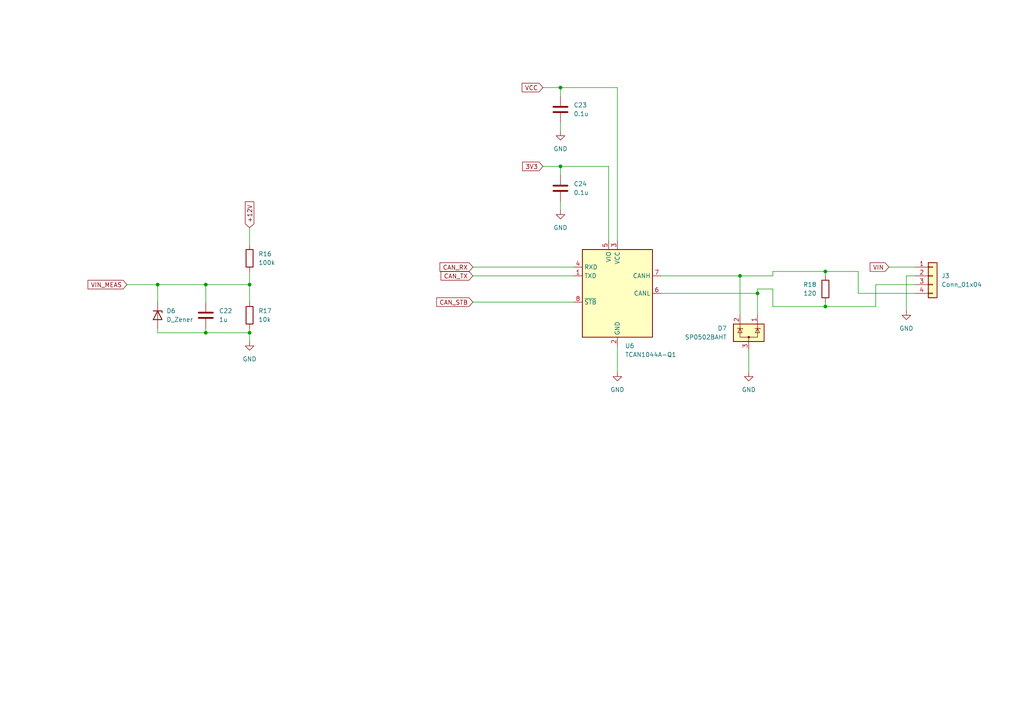
<source format=kicad_sch>
(kicad_sch (version 20250114) (generator "eeschema") (generator_version "9.0")
  (paper "A4")
  (lib_symbols
    (symbol "Connector_Generic:Conn_01x04" (pin_names (offset 1.016) (hide yes))
      (property "Reference" "J" (at 0 5.08 0))
      (property "Value" "Conn_01x04" (at 0 -7.62 0))
      (symbol "Conn_01x04_1_1"
        (rectangle (start -1.27 3.81) (end 1.27 -6.35) (stroke (width 0.254)) (fill (type background)))
        (rectangle (start -1.27 2.667) (end 0 2.413) (stroke (width 0.1524)))
        (rectangle (start -1.27 0.127) (end 0 -0.127) (stroke (width 0.1524)))
        (rectangle (start -1.27 -2.413) (end 0 -2.667) (stroke (width 0.1524)))
        (rectangle (start -1.27 -4.953) (end 0 -5.207) (stroke (width 0.1524)))
        (pin passive line (at -5.08 2.54 0) (length 3.81) (name "Pin_1") (number "1"))
        (pin passive line (at -5.08 0 0) (length 3.81) (name "Pin_2") (number "2"))
        (pin passive line (at -5.08 -2.54 0) (length 3.81) (name "Pin_3") (number "3"))
        (pin passive line (at -5.08 -5.08 0) (length 3.81) (name "Pin_4") (number "4"))
      )
    )
    (symbol "Device:C" (pin_numbers (hide yes)) (pin_names (offset 0.254))
      (property "Reference" "C" (at 0.635 2.54 0))
      (property "Value" "C" (at 0.635 -2.54 0))
      (symbol "C_0_1"
        (polyline (pts (xy -2.032 0.762) (xy 2.032 0.762)) (stroke (width 0.508)))
        (polyline (pts (xy -2.032 -0.762) (xy 2.032 -0.762)) (stroke (width 0.508)))
      )
      (symbol "C_1_1"
        (pin passive line (at 0 3.81 270) (length 2.794) (name "~") (number "1"))
        (pin passive line (at 0 -3.81 90) (length 2.794) (name "~") (number "2"))
      )
    )
    (symbol "Device:D_Zener" (pin_numbers (hide yes)) (pin_names (offset 1.016) (hide yes))
      (property "Reference" "D" (at 0 2.54 0))
      (property "Value" "D_Zener" (at 0 -2.54 0))
      (symbol "D_Zener_0_1"
        (polyline (pts (xy -1.27 -1.27) (xy -1.27 1.27) (xy -0.762 1.27)) (stroke (width 0.254)))
        (polyline (pts (xy 1.27 0) (xy -1.27 0)))
        (polyline (pts (xy 1.27 -1.27) (xy 1.27 1.27) (xy -1.27 0) (xy 1.27 -1.27)) (stroke (width 0.254)))
      )
      (symbol "D_Zener_1_1"
        (pin passive line (at -3.81 0 0) (length 2.54) (name "K") (number "1"))
        (pin passive line (at 3.81 0 180) (length 2.54) (name "A") (number "2"))
      )
    )
    (symbol "Device:R" (pin_numbers (hide yes)) (pin_names (offset 0))
      (property "Reference" "R" (at 2.032 0 90))
      (property "Value" "R" (at 0 0 90))
      (symbol "R_0_1"
        (rectangle (start -1.016 -2.54) (end 1.016 2.54) (stroke (width 0.254)))
      )
      (symbol "R_1_1"
        (pin passive line (at 0 3.81 270) (length 1.27) (name "~") (number "1"))
        (pin passive line (at 0 -3.81 90) (length 1.27) (name "~") (number "2"))
      )
    )
    (symbol "GND_1" (power) (pin_numbers (hide yes)) (pin_names (offset 0) (hide yes))
      (property "Value" "GND" (at 0 -3.81 0))
      (symbol "GND_1_0_1"
        (polyline (pts (xy 0 0) (xy 0 -1.27) (xy 1.27 -1.27) (xy 0 -2.54) (xy -1.27 -1.27) (xy 0 -1.27)))
      )
      (symbol "GND_1_1_1"
        (pin power_in line (at 0 0 270) (length 0) (name "~") (number "1"))
      )
    )
    (symbol "General:TCAN1044A-Q1"
      (property "Reference" "U" (at -10.16 13.97 0))
      (property "Value" "TCAN1044A-Q1" (at 3.81 13.97 0))
      (symbol "TCAN1044A-Q1_0_1"
        (rectangle (start -10.16 12.7) (end 10.16 -12.7) (stroke (width 0.254)) (fill (type background)))
      )
      (symbol "TCAN1044A-Q1_1_1"
        (pin output line (at -12.7 7.62 0) (length 2.54) (name "RXD") (number "4"))
        (pin input line (at -12.7 5.08 0) (length 2.54) (name "TXD") (number "1"))
        (pin input line (at -12.7 -2.54 0) (length 2.54) (name "~{STB}") (number "8"))
        (pin power_in line (at -2.54 15.24 270) (length 2.54) (name "VIO") (number "5"))
        (pin power_in line (at 0 15.24 270) (length 2.54) (name "VCC") (number "3"))
        (pin power_in line (at 0 -15.24 90) (length 2.54) (name "GND") (number "2"))
        (pin bidirectional line (at 12.7 5.08 180) (length 2.54) (name "CANH") (number "7"))
        (pin bidirectional line (at 12.7 0 180) (length 2.54) (name "CANL") (number "6"))
      )
    )
    (symbol "Power_Protection:SP0502BAHT" (pin_names (hide yes))
      (property "Reference" "D" (at 5.715 2.54 0))
      (property "Value" "SP0502BAHT" (at 5.715 0.635 0))
      (symbol "SP0502BAHT_0_0"
        (pin passive line (at 0 -5.08 90) (length 2.54) (name "A") (number "3"))
      )
      (symbol "SP0502BAHT_0_1"
        (rectangle (start -4.445 2.54) (end 4.445 -2.54) (stroke (width 0.254)) (fill (type background)))
        (polyline (pts (xy -3.302 1.016) (xy -3.302 1.27) (xy -1.905 1.27) (xy -1.778 1.27)))
        (polyline (pts (xy -2.54 2.54) (xy -2.54 1.27)))
        (polyline (pts (xy -2.54 1.27) (xy -2.54 -1.27) (xy 2.54 -1.27) (xy 2.54 1.27)))
        (polyline (pts (xy -2.54 1.27) (xy -1.905 0) (xy -3.175 0) (xy -2.54 1.27)))
        (polyline (pts (xy 0 -1.27) (xy 0 -2.54)))
        (circle (center 0 -1.27) (radius 0.254) (fill (type outline)))
        (polyline (pts (xy 1.778 1.016) (xy 1.778 1.27) (xy 3.175 1.27) (xy 3.302 1.27)))
        (polyline (pts (xy 2.54 2.54) (xy 2.54 1.27)))
        (polyline (pts (xy 2.54 1.27) (xy 1.905 0) (xy 3.175 0) (xy 2.54 1.27)))
      )
      (symbol "SP0502BAHT_1_1"
        (pin passive line (at -2.54 5.08 270) (length 2.54) (name "K") (number "1"))
        (pin passive line (at 2.54 5.08 270) (length 2.54) (name "K") (number "2"))
      )
    )
    (symbol "power:GND" (power) (pin_names (offset 0))
      (property "Value" "GND" (at 0 -3.81 0))
      (symbol "GND_0_1"
        (polyline (pts (xy 0 0) (xy 0 -1.27) (xy 1.27 -1.27) (xy 0 -2.54) (xy -1.27 -1.27) (xy 0 -1.27)))
      )
      (symbol "GND_1_1"
        (pin power_in line (at 0 0 270) (length 0) (hide yes) (name "GND") (number "1"))
      )
    )
  )
  (junction (at 72.39 96.52))
  (junction (at 59.69 82.55))
  (junction (at 59.69 96.52))
  (junction (at 219.71 85.09))
  (junction (at 162.56 25.4))
  (junction (at 214.63 80.01))
  (junction (at 45.72 82.55))
  (junction (at 239.395 88.9))
  (junction (at 162.56 48.26))
  (junction (at 239.395 78.74))
  (junction (at 72.39 82.55))
  (wire (pts (xy 265.43 82.55) (xy 254 82.55)))
  (wire (pts (xy 162.56 48.26) (xy 176.53 48.26)))
  (wire (pts (xy 72.39 96.52) (xy 72.39 99.06)))
  (wire (pts (xy 162.56 48.26) (xy 162.56 50.8)))
  (wire (pts (xy 162.56 35.56) (xy 162.56 38.1)))
  (wire (pts (xy 191.77 80.01) (xy 214.63 80.01)))
  (wire (pts (xy 72.39 82.55) (xy 72.39 87.63)))
  (wire (pts (xy 224.155 88.9) (xy 224.155 83.82)))
  (wire (pts (xy 191.77 85.09) (xy 219.71 85.09)))
  (wire (pts (xy 254 82.55) (xy 254 88.9)))
  (wire (pts (xy 176.53 48.26) (xy 176.53 69.85)))
  (wire (pts (xy 224.155 80.01) (xy 214.63 80.01)))
  (wire (pts (xy 219.71 85.09) (xy 219.71 83.82)))
  (wire (pts (xy 239.395 88.9) (xy 224.155 88.9)))
  (wire (pts (xy 72.39 66.04) (xy 72.39 71.12)))
  (wire (pts (xy 248.92 85.09) (xy 248.92 78.74)))
  (wire (pts (xy 137.16 87.63) (xy 166.37 87.63)))
  (wire (pts (xy 239.395 78.74) (xy 248.92 78.74)))
  (wire (pts (xy 239.395 87.63) (xy 239.395 88.9)))
  (wire (pts (xy 45.72 95.25) (xy 45.72 96.52)))
  (wire (pts (xy 239.395 88.9) (xy 254 88.9)))
  (wire (pts (xy 179.07 100.33) (xy 179.07 107.95)))
  (wire (pts (xy 137.16 80.01) (xy 166.37 80.01)))
  (wire (pts (xy 157.48 25.4) (xy 162.56 25.4)))
  (wire (pts (xy 59.69 96.52) (xy 72.39 96.52)))
  (wire (pts (xy 72.39 95.25) (xy 72.39 96.52)))
  (wire (pts (xy 162.56 58.42) (xy 162.56 60.96)))
  (wire (pts (xy 162.56 25.4) (xy 179.07 25.4)))
  (wire (pts (xy 262.89 80.01) (xy 262.89 90.17)))
  (wire (pts (xy 157.48 48.26) (xy 162.56 48.26)))
  (wire (pts (xy 72.39 78.74) (xy 72.39 82.55)))
  (wire (pts (xy 45.72 96.52) (xy 59.69 96.52)))
  (wire (pts (xy 257.81 77.47) (xy 265.43 77.47)))
  (wire (pts (xy 219.71 85.09) (xy 219.71 91.44)))
  (wire (pts (xy 239.395 78.74) (xy 224.155 78.74)))
  (wire (pts (xy 224.155 83.82) (xy 219.71 83.82)))
  (wire (pts (xy 162.56 25.4) (xy 162.56 27.94)))
  (wire (pts (xy 239.395 78.74) (xy 239.395 80.01)))
  (wire (pts (xy 214.63 80.01) (xy 214.63 91.44)))
  (wire (pts (xy 265.43 85.09) (xy 248.92 85.09)))
  (wire (pts (xy 59.69 95.25) (xy 59.69 96.52)))
  (wire (pts (xy 137.16 77.47) (xy 166.37 77.47)))
  (wire (pts (xy 59.69 82.55) (xy 72.39 82.55)))
  (wire (pts (xy 224.155 78.74) (xy 224.155 80.01)))
  (wire (pts (xy 59.69 87.63) (xy 59.69 82.55)))
  (wire (pts (xy 217.17 101.6) (xy 217.17 107.95)))
  (wire (pts (xy 265.43 80.01) (xy 262.89 80.01)))
  (wire (pts (xy 179.07 25.4) (xy 179.07 69.85)))
  (wire (pts (xy 45.72 82.55) (xy 45.72 87.63)))
  (wire (pts (xy 36.83 82.55) (xy 45.72 82.55)))
  (wire (pts (xy 45.72 82.55) (xy 59.69 82.55)))
  (global_label "CAN_TX" (shape input) (at 137.16 80.01 180) (property "Intersheetrefs" "${INTERSHEET_REFS}" (effects (hide yes))))
  (global_label "CAN_STB" (shape input) (at 137.16 87.63 180) (property "Intersheetrefs" "${INTERSHEET_REFS}" (effects (hide yes))))
  (global_label "VCC" (shape input) (at 157.48 25.4 180) (property "Intersheetrefs" "${INTERSHEET_REFS}" (effects (hide yes))))
  (global_label "CAN_RX" (shape input) (at 137.16 77.47 180) (property "Intersheetrefs" "${INTERSHEET_REFS}" (effects (hide yes))))
  (global_label "+12V" (shape input) (at 72.39 66.04 90) (property "Intersheetrefs" "${INTERSHEET_REFS}" (effects (hide yes))))
  (global_label "VIN_MEAS" (shape input) (at 36.83 82.55 180) (property "Intersheetrefs" "${INTERSHEET_REFS}" (effects (hide yes))))
  (global_label "3V3" (shape input) (at 157.48 48.26 180) (property "Intersheetrefs" "${INTERSHEET_REFS}" (effects (hide yes))))
  (global_label "VIN" (shape input) (at 257.81 77.47 180) (property "Intersheetrefs" "${INTERSHEET_REFS}" (effects (hide yes))))
  (symbol (lib_id "power:GND") (at 162.56 38.1 0) (mirror y) (unit 1)
    (property "Reference" "#PWR027" (effects (hide yes)))
    (property "Value" "GND" (at 162.56 43.18 0))
    (instances (project "FRCMotorTester" (path "" (reference "#PWR027") (unit 1))) (project "FRCMotorTester" (path "" (reference "#PWR014") (unit 1))))
  )
  (symbol (lib_id "power:GND") (at 162.56 60.96 0) (mirror y) (unit 1)
    (property "Reference" "#PWR028" (effects (hide yes)))
    (property "Value" "GND" (at 162.56 66.04 0))
    (instances (project "FRCMotorTester" (path "" (reference "#PWR028") (unit 1))) (project "FRCMotorTester" (path "" (reference "#PWR016") (unit 1))))
  )
  (symbol (lib_id "General:TCAN1044A-Q1") (at 179.07 85.09 0) (unit 1)
    (property "Reference" "U6" (at 181.2641 100.33 0) (effects (justify left)))
    (property "Value" "TCAN1044A-Q1" (at 181.2641 102.87 0) (effects (justify left)))
    (property "Footprint" "Package_SON:VSON-8-1EP_3x3mm_P0.65mm_EP1.6x2.4mm" (effects (hide yes)))
    (property "Datasheet" "https://www.ti.com/lit/ds/symlink/tcan1044a-q1.pdf" (effects (hide yes)))
    (property "Description" "High-speed CAN-FD Transceiver" (effects (hide yes)))
    (property "JLCPCB" "C3234119" (effects (hide yes)))
  )
  (symbol (lib_id "power:GND") (at 179.07 107.95 0) (mirror y) (unit 1)
    (property "Reference" "#PWR029" (effects (hide yes)))
    (property "Value" "GND" (at 179.07 113.03 0))
    (instances (project "FRCMotorTester" (path "" (reference "#PWR029") (unit 1))) (project "FRCMotorTester" (path "" (reference "#PWR013") (unit 1))))
  )
  (symbol (lib_id "Device:C") (at 59.69 91.44 0) (unit 1)
    (property "Reference" "C22" (at 63.5 90.1699 0) (effects (justify left)))
    (property "Value" "1u" (at 63.5 92.7099 0) (effects (justify left)))
    (property "Footprint" "Capacitor_SMD:C_0402_1005Metric" (effects (hide yes)))
    (property "JLCPCB" "C52923" (effects (hide yes)))
    (instances (project "FRCMotorTester" (path "" (reference "C22") (unit 1))) (project "FRCMotorTester" (path "" (reference "C16") (unit 1))))
  )
  (symbol (lib_id "power:GND") (at 217.17 107.95 0) (mirror y) (unit 1)
    (property "Reference" "#PWR030" (effects (hide yes)))
    (property "Value" "GND" (at 217.17 113.03 0))
    (instances (project "FRCMotorTester" (path "" (reference "#PWR030") (unit 1))) (project "FRCMotorTester" (path "" (reference "#PWR051") (unit 1))))
  )
  (symbol (lib_name "GND_1") (lib_id "power:GND") (at 262.89 90.17 0) (unit 1)
    (property "Reference" "#PWR031" (effects (hide yes)))
    (property "Value" "GND" (at 262.89 95.25 0))
    (property "Description" "Power symbol creates a global label with name \"GND\" , ground" (effects (hide yes)))
  )
  (symbol (lib_id "Device:R") (at 72.39 91.44 0) (unit 1)
    (property "Reference" "R17" (at 74.93 90.1699 0) (effects (justify left)))
    (property "Value" "10k" (at 74.93 92.7099 0) (effects (justify left)))
    (property "Footprint" "Resistor_SMD:R_0402_1005Metric" (effects (hide yes)))
    (property "JLCPCB" "C25744" (effects (hide yes)))
    (instances (project "FRCMotorTester" (path "" (reference "R17") (unit 1))) (project "FRCMotorTester" (path "" (reference "R20") (unit 1))))
  )
  (symbol (lib_id "Device:R") (at 72.39 74.93 0) (unit 1)
    (property "Reference" "R16" (at 74.93 73.6599 0) (effects (justify left)))
    (property "Value" "100k" (at 74.93 76.1999 0) (effects (justify left)))
    (property "Footprint" "Resistor_SMD:R_0402_1005Metric" (effects (hide yes)))
    (property "JLCPCB" "C102750" (effects (hide yes)))
    (instances (project "FRCMotorTester" (path "" (reference "R16") (unit 1))) (project "FRCMotorTester" (path "" (reference "R19") (unit 1))))
  )
  (symbol (lib_id "Device:C") (at 162.56 31.75 0) (unit 1)
    (property "Reference" "C23" (at 166.37 30.48 0) (effects (justify left)))
    (property "Value" "0.1u" (at 166.37 33.02 0) (effects (justify left)))
    (property "Footprint" "Capacitor_SMD:C_0402_1005Metric" (effects (hide yes)))
    (property "JLCPCB" "C1525" (effects (hide yes)))
    (instances (project "FRCMotorTester" (path "" (reference "C23") (unit 1))) (project "FRCMotorTester" (path "" (reference "C13") (unit 1))))
  )
  (symbol (lib_id "Device:R") (at 239.395 83.82 0) (mirror y) (unit 1)
    (property "Reference" "R18" (at 236.855 82.55 0) (effects (justify left)))
    (property "Value" "120" (at 236.855 85.09 0) (effects (justify left)))
    (property "Footprint" "Resistor_SMD:R_0402_1005Metric" (effects (hide yes)))
    (property "JLCPCB" "C25079" (effects (hide yes)))
    (instances (project "FRCMotorTester" (path "" (reference "R18") (unit 1))) (project "FRCMotorTester" (path "" (reference "R12") (unit 1))))
  )
  (symbol (lib_id "Device:D_Zener") (at 45.72 91.44 270) (unit 1)
    (property "Reference" "D6" (at 48.26 90.1699 90) (effects (justify left)))
    (property "Value" "D_Zener" (at 48.26 92.7099 90) (effects (justify left)))
    (property "Footprint" "Diode_SMD:D_SOD-123" (effects (hide yes)))
    (property "Description" "Zener diode" (effects (hide yes)))
    (property "JLCPCB" "C2105" (effects (hide yes)))
    (instances (project "" (path "" (reference "D6") (unit 1))) (project "" (path "" (reference "D12") (unit 1))))
  )
  (symbol (lib_id "Connector_Generic:Conn_01x04") (at 270.51 80.01 0) (unit 1)
    (property "Reference" "J3" (at 273.05 80.0099 0) (effects (justify left)))
    (property "Value" "Conn_01x04" (at 273.05 82.5499 0) (effects (justify left)))
    (property "Footprint" "Connector_JST:JST_PH_S4B-PH-K_1x04_P2.00mm_Horizontal" (effects (hide yes)))
    (property "Description" "Generic connector, single row, 01x04, script generated (kicad-library-utils/schlib/autogen/connector/)" (effects (hide yes)))
    (property "JLCPCB" "C160354" (effects (hide yes)))
    (property "Digikey" "455-B4B-PH-SM4-TBCT-ND" (effects (hide yes)))
    (instances (project "" (path "" (reference "J3") (unit 1))) (project "" (path "" (reference "J10") (unit 1))))
  )
  (symbol (lib_id "Power_Protection:SP0502BAHT") (at 217.17 96.52 0) (mirror y) (unit 1)
    (property "Reference" "D7" (at 210.82 95.25 0) (effects (justify left)))
    (property "Value" "SP0502BAHT" (at 210.82 97.79 0) (effects (justify left)))
    (property "Footprint" "Package_TO_SOT_SMD:SOT-23" (effects (hide yes)))
    (property "Datasheet" "http://www.littelfuse.com/~/media/files/littelfuse/technical%20resources/documents/data%20sheets/sp05xxba.pdf" (effects (hide yes)))
    (property "JLCPCB" "C32677" (effects (hide yes)))
    (instances (project "FRCMotorTester" (path "" (reference "D7") (unit 1))) (project "FRCMotorTester" (path "" (reference "D4") (unit 1))))
  )
  (symbol (lib_id "Device:C") (at 162.56 54.61 0) (unit 1)
    (property "Reference" "C24" (at 166.37 53.34 0) (effects (justify left)))
    (property "Value" "0.1u" (at 166.37 55.88 0) (effects (justify left)))
    (property "Footprint" "Capacitor_SMD:C_0402_1005Metric" (effects (hide yes)))
    (property "JLCPCB" "C1525" (effects (hide yes)))
    (instances (project "FRCMotorTester" (path "" (reference "C24") (unit 1))) (project "FRCMotorTester" (path "" (reference "C14") (unit 1))))
  )
  (symbol (lib_id "power:GND") (at 72.39 99.06 0) (unit 1)
    (property "Reference" "#PWR026" (effects (hide yes)))
    (property "Value" "GND" (at 72.39 104.14 0))
    (instances (project "FRCMotorTester" (path "" (reference "#PWR026") (unit 1))) (project "FRCMotorTester" (path "" (reference "#PWR020") (unit 1))))
  )
)
</source>
